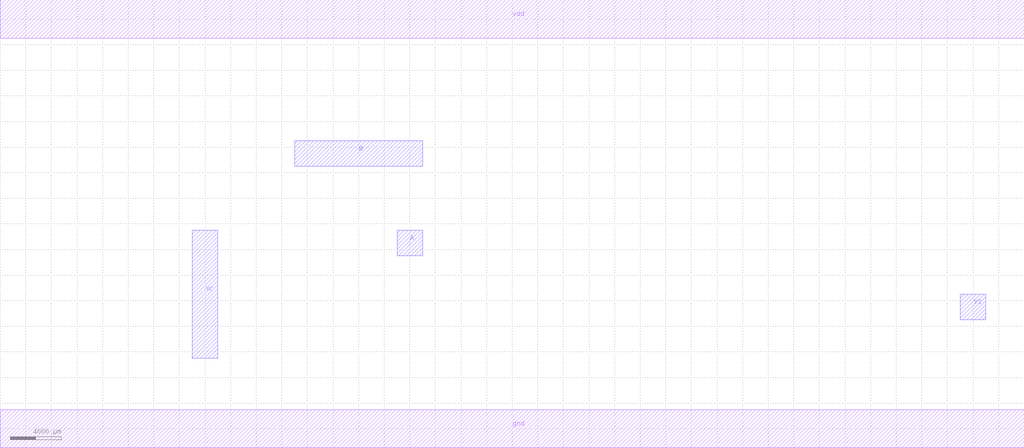
<source format=lef>
MACRO HAX1
 CLASS CORE ;
 ORIGIN 0 0 ;
 FOREIGN HAX1 0 0 ;
 SITE CORE ;
 SYMMETRY X Y R90 ;
  PIN vdd
   DIRECTION INOUT ;
   USE SIGNAL ;
   SHAPE ABUTMENT ;
    PORT
     CLASS CORE ;
       LAYER metal1 ;
        RECT 0.00000000 30500.00000000 80000.00000000 33500.00000000 ;
    END
  END vdd

  PIN gnd
   DIRECTION INOUT ;
   USE SIGNAL ;
   SHAPE ABUTMENT ;
    PORT
     CLASS CORE ;
       LAYER metal1 ;
        RECT 0.00000000 -1500.00000000 80000.00000000 1500.00000000 ;
    END
  END gnd

  PIN B
   DIRECTION INOUT ;
   USE SIGNAL ;
   SHAPE ABUTMENT ;
    PORT
     CLASS CORE ;
       LAYER metal2 ;
        RECT 23000.00000000 20500.00000000 33000.00000000 22500.00000000 ;
    END
  END B

  PIN A
   DIRECTION INOUT ;
   USE SIGNAL ;
   SHAPE ABUTMENT ;
    PORT
     CLASS CORE ;
       LAYER metal2 ;
        RECT 31000.00000000 13500.00000000 33000.00000000 15500.00000000 ;
    END
  END A

  PIN YS
   DIRECTION INOUT ;
   USE SIGNAL ;
   SHAPE ABUTMENT ;
    PORT
     CLASS CORE ;
       LAYER metal2 ;
        RECT 75000.00000000 8500.00000000 77000.00000000 10500.00000000 ;
    END
  END YS

  PIN YC
   DIRECTION INOUT ;
   USE SIGNAL ;
   SHAPE ABUTMENT ;
    PORT
     CLASS CORE ;
       LAYER metal2 ;
        RECT 15000.00000000 5500.00000000 17000.00000000 15500.00000000 ;
    END
  END YC


END HAX1

</source>
